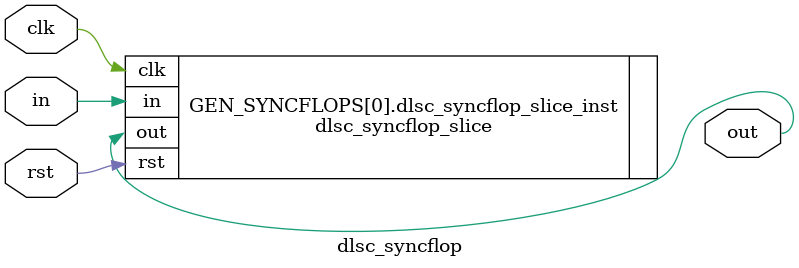
<source format=v>


module dlsc_syncflop #(
    parameter   DATA    = 1,
    parameter   RESET   = {DATA{1'b0}}
) (
    // asynchronous input
    input   wire                rst,
    input   wire    [DATA-1:0]  in,

    // synchronized output
    input   wire                clk,
    output  wire    [DATA-1:0]  out
);

generate
    genvar j;
    for(j=0;j<DATA;j=j+1) begin:GEN_SYNCFLOPS
        dlsc_syncflop_slice #(
            .RESET  ( RESET[j] ),
            .ASYNC  ( 0 )
        ) dlsc_syncflop_slice_inst  (
            .clk    ( clk ),
            .rst    ( rst ),
            .in     ( in[j] ),
            .out    ( out[j] )
        );
    end
endgenerate

endmodule


</source>
